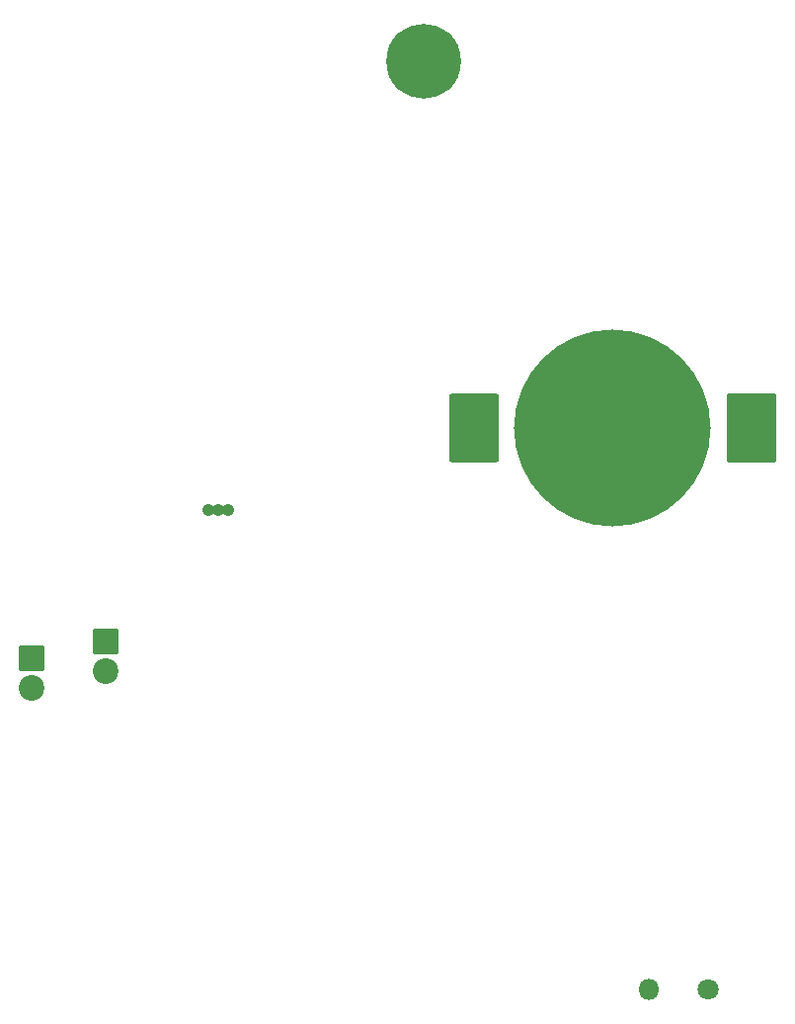
<source format=gbr>
%TF.GenerationSoftware,KiCad,Pcbnew,(6.0.1)*%
%TF.CreationDate,2022-06-24T20:37:34-05:00*%
%TF.ProjectId,mosquito,6d6f7371-7569-4746-9f2e-6b696361645f,rev?*%
%TF.SameCoordinates,Original*%
%TF.FileFunction,Soldermask,Bot*%
%TF.FilePolarity,Negative*%
%FSLAX46Y46*%
G04 Gerber Fmt 4.6, Leading zero omitted, Abs format (unit mm)*
G04 Created by KiCad (PCBNEW (6.0.1)) date 2022-06-24 20:37:34*
%MOMM*%
%LPD*%
G01*
G04 APERTURE LIST*
G04 Aperture macros list*
%AMRoundRect*
0 Rectangle with rounded corners*
0 $1 Rounding radius*
0 $2 $3 $4 $5 $6 $7 $8 $9 X,Y pos of 4 corners*
0 Add a 4 corners polygon primitive as box body*
4,1,4,$2,$3,$4,$5,$6,$7,$8,$9,$2,$3,0*
0 Add four circle primitives for the rounded corners*
1,1,$1+$1,$2,$3*
1,1,$1+$1,$4,$5*
1,1,$1+$1,$6,$7*
1,1,$1+$1,$8,$9*
0 Add four rect primitives between the rounded corners*
20,1,$1+$1,$2,$3,$4,$5,0*
20,1,$1+$1,$4,$5,$6,$7,0*
20,1,$1+$1,$6,$7,$8,$9,0*
20,1,$1+$1,$8,$9,$2,$3,0*%
G04 Aperture macros list end*
%ADD10C,6.400000*%
%ADD11C,1.050000*%
%ADD12C,1.800000*%
%ADD13O,1.800000X1.800000*%
%ADD14RoundRect,0.200000X-0.900000X0.900000X-0.900000X-0.900000X0.900000X-0.900000X0.900000X0.900000X0*%
%ADD15C,2.200000*%
%ADD16RoundRect,0.200000X-1.928900X-2.736200X1.928900X-2.736200X1.928900X2.736200X-1.928900X2.736200X0*%
%ADD17RoundRect,0.200000X-1.954300X-2.761600X1.954300X-2.761600X1.954300X2.761600X-1.954300X2.761600X0*%
%ADD18C,16.859512*%
G04 APERTURE END LIST*
D10*
%TO.C,REF\u002A\u002A*%
X154203400Y-50165000D03*
%TD*%
D11*
%TO.C,SW1*%
X137439400Y-88543800D03*
X136575800Y-88543800D03*
X135712200Y-88543800D03*
%TD*%
D12*
%TO.C,R1*%
X178587400Y-129616200D03*
D13*
X173507400Y-129616200D03*
%TD*%
D14*
%TO.C,D2*%
X120599200Y-101264800D03*
D15*
X120599200Y-103804800D03*
%TD*%
D14*
%TO.C,D1*%
X126923800Y-99867800D03*
D15*
X126923800Y-102407800D03*
%TD*%
D16*
%TO.C,BT1*%
X158478200Y-81534000D03*
D17*
X182288200Y-81534000D03*
D18*
X170383200Y-81534000D03*
%TD*%
M02*

</source>
